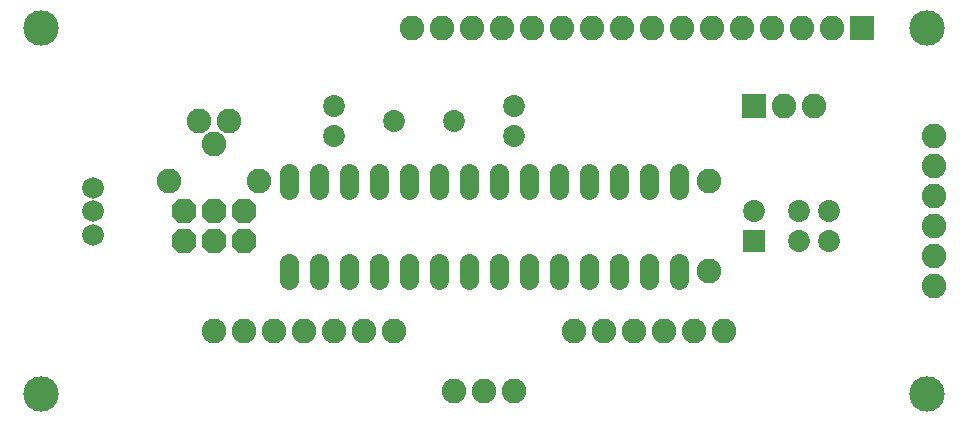
<source format=gts>
G75*
G70*
%OFA0B0*%
%FSLAX24Y24*%
%IPPOS*%
%LPD*%
%AMOC8*
5,1,8,0,0,1.08239X$1,22.5*
%
%ADD10C,0.0640*%
%ADD11C,0.0720*%
%ADD12C,0.0820*%
%ADD13OC8,0.0820*%
%ADD14C,0.0730*%
%ADD15R,0.0730X0.0730*%
%ADD16R,0.0820X0.0820*%
%ADD17C,0.1182*%
D10*
X009403Y009225D02*
X009403Y009785D01*
X010403Y009785D02*
X010403Y009225D01*
X011403Y009225D02*
X011403Y009785D01*
X012403Y009785D02*
X012403Y009225D01*
X013403Y009225D02*
X013403Y009785D01*
X014403Y009785D02*
X014403Y009225D01*
X015403Y009225D02*
X015403Y009785D01*
X016403Y009785D02*
X016403Y009225D01*
X017403Y009225D02*
X017403Y009785D01*
X018403Y009785D02*
X018403Y009225D01*
X019403Y009225D02*
X019403Y009785D01*
X020403Y009785D02*
X020403Y009225D01*
X021403Y009225D02*
X021403Y009785D01*
X022403Y009785D02*
X022403Y009225D01*
X022403Y012225D02*
X022403Y012785D01*
X021403Y012785D02*
X021403Y012225D01*
X020403Y012225D02*
X020403Y012785D01*
X019403Y012785D02*
X019403Y012225D01*
X018403Y012225D02*
X018403Y012785D01*
X017403Y012785D02*
X017403Y012225D01*
X016403Y012225D02*
X016403Y012785D01*
X015403Y012785D02*
X015403Y012225D01*
X014403Y012225D02*
X014403Y012785D01*
X013403Y012785D02*
X013403Y012225D01*
X012403Y012225D02*
X012403Y012785D01*
X011403Y012785D02*
X011403Y012225D01*
X010403Y012225D02*
X010403Y012785D01*
X009403Y012785D02*
X009403Y012225D01*
D11*
X002872Y012293D03*
X002872Y011505D03*
X002872Y010718D03*
D12*
X005403Y012505D03*
X006903Y013755D03*
X006403Y014505D03*
X007403Y014505D03*
X008403Y012505D03*
X007903Y007505D03*
X006903Y007505D03*
X008903Y007505D03*
X009903Y007505D03*
X010903Y007505D03*
X011903Y007505D03*
X012903Y007505D03*
X014903Y005505D03*
X015903Y005505D03*
X016903Y005505D03*
X018903Y007505D03*
X019903Y007505D03*
X020903Y007505D03*
X021903Y007505D03*
X022903Y007505D03*
X023903Y007505D03*
X023403Y009505D03*
X023403Y012505D03*
X025903Y014999D03*
X026903Y014999D03*
X030903Y014005D03*
X030903Y013005D03*
X030903Y012005D03*
X030903Y011005D03*
X030903Y010005D03*
X030903Y009005D03*
X027502Y017608D03*
X026502Y017608D03*
X025502Y017608D03*
X024502Y017608D03*
X023502Y017608D03*
X022502Y017608D03*
X021502Y017608D03*
X020502Y017608D03*
X019502Y017608D03*
X018502Y017608D03*
X017502Y017608D03*
X016502Y017608D03*
X015502Y017608D03*
X014502Y017608D03*
X013502Y017608D03*
D13*
X007903Y011505D03*
X006903Y011505D03*
X005903Y011505D03*
X005903Y010505D03*
X006903Y010505D03*
X007903Y010505D03*
D14*
X010903Y014005D03*
X012903Y014505D03*
X010903Y015005D03*
X014903Y014505D03*
X016903Y014005D03*
X016903Y015005D03*
X024903Y011505D03*
X026403Y011505D03*
X027403Y011505D03*
X027403Y010505D03*
X026403Y010505D03*
D15*
X024903Y010505D03*
D16*
X024903Y014999D03*
X028502Y017608D03*
D17*
X001139Y005403D03*
X001139Y017608D03*
X030667Y017608D03*
X030667Y005403D03*
M02*

</source>
